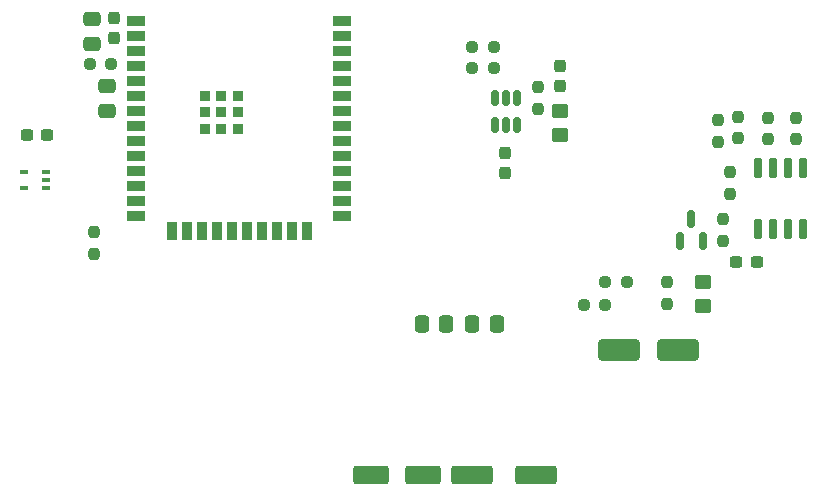
<source format=gtp>
G04 #@! TF.GenerationSoftware,KiCad,Pcbnew,8.0.4*
G04 #@! TF.CreationDate,2024-08-24T09:35:18+02:00*
G04 #@! TF.ProjectId,letitrain,6c657469-7472-4616-996e-2e6b69636164,rev?*
G04 #@! TF.SameCoordinates,Original*
G04 #@! TF.FileFunction,Paste,Top*
G04 #@! TF.FilePolarity,Positive*
%FSLAX46Y46*%
G04 Gerber Fmt 4.6, Leading zero omitted, Abs format (unit mm)*
G04 Created by KiCad (PCBNEW 8.0.4) date 2024-08-24 09:35:18*
%MOMM*%
%LPD*%
G01*
G04 APERTURE LIST*
G04 Aperture macros list*
%AMRoundRect*
0 Rectangle with rounded corners*
0 $1 Rounding radius*
0 $2 $3 $4 $5 $6 $7 $8 $9 X,Y pos of 4 corners*
0 Add a 4 corners polygon primitive as box body*
4,1,4,$2,$3,$4,$5,$6,$7,$8,$9,$2,$3,0*
0 Add four circle primitives for the rounded corners*
1,1,$1+$1,$2,$3*
1,1,$1+$1,$4,$5*
1,1,$1+$1,$6,$7*
1,1,$1+$1,$8,$9*
0 Add four rect primitives between the rounded corners*
20,1,$1+$1,$2,$3,$4,$5,0*
20,1,$1+$1,$4,$5,$6,$7,0*
20,1,$1+$1,$6,$7,$8,$9,0*
20,1,$1+$1,$8,$9,$2,$3,0*%
G04 Aperture macros list end*
%ADD10RoundRect,0.237500X0.250000X0.237500X-0.250000X0.237500X-0.250000X-0.237500X0.250000X-0.237500X0*%
%ADD11RoundRect,0.237500X-0.237500X0.250000X-0.237500X-0.250000X0.237500X-0.250000X0.237500X0.250000X0*%
%ADD12RoundRect,0.150000X-0.150000X0.512500X-0.150000X-0.512500X0.150000X-0.512500X0.150000X0.512500X0*%
%ADD13RoundRect,0.237500X0.237500X-0.250000X0.237500X0.250000X-0.237500X0.250000X-0.237500X-0.250000X0*%
%ADD14R,1.500000X0.900000*%
%ADD15R,0.900000X1.500000*%
%ADD16R,0.900000X0.900000*%
%ADD17RoundRect,0.250000X0.337500X0.475000X-0.337500X0.475000X-0.337500X-0.475000X0.337500X-0.475000X0*%
%ADD18RoundRect,0.250000X-0.450000X0.350000X-0.450000X-0.350000X0.450000X-0.350000X0.450000X0.350000X0*%
%ADD19RoundRect,0.250000X-0.475000X0.337500X-0.475000X-0.337500X0.475000X-0.337500X0.475000X0.337500X0*%
%ADD20RoundRect,0.250000X-1.500000X-0.650000X1.500000X-0.650000X1.500000X0.650000X-1.500000X0.650000X0*%
%ADD21RoundRect,0.237500X-0.300000X-0.237500X0.300000X-0.237500X0.300000X0.237500X-0.300000X0.237500X0*%
%ADD22RoundRect,0.250000X1.500000X0.550000X-1.500000X0.550000X-1.500000X-0.550000X1.500000X-0.550000X0*%
%ADD23RoundRect,0.150000X-0.150000X0.725000X-0.150000X-0.725000X0.150000X-0.725000X0.150000X0.725000X0*%
%ADD24RoundRect,0.250000X0.450000X-0.350000X0.450000X0.350000X-0.450000X0.350000X-0.450000X-0.350000X0*%
%ADD25RoundRect,0.150000X0.150000X-0.587500X0.150000X0.587500X-0.150000X0.587500X-0.150000X-0.587500X0*%
%ADD26RoundRect,0.237500X0.300000X0.237500X-0.300000X0.237500X-0.300000X-0.237500X0.300000X-0.237500X0*%
%ADD27RoundRect,0.237500X-0.250000X-0.237500X0.250000X-0.237500X0.250000X0.237500X-0.250000X0.237500X0*%
%ADD28RoundRect,0.250000X-1.250000X-0.550000X1.250000X-0.550000X1.250000X0.550000X-1.250000X0.550000X0*%
%ADD29RoundRect,0.250000X0.475000X-0.337500X0.475000X0.337500X-0.475000X0.337500X-0.475000X-0.337500X0*%
%ADD30RoundRect,0.250000X-0.337500X-0.475000X0.337500X-0.475000X0.337500X0.475000X-0.337500X0.475000X0*%
%ADD31RoundRect,0.237500X-0.237500X0.300000X-0.237500X-0.300000X0.237500X-0.300000X0.237500X0.300000X0*%
%ADD32RoundRect,0.237500X0.237500X-0.300000X0.237500X0.300000X-0.237500X0.300000X-0.237500X-0.300000X0*%
%ADD33RoundRect,0.100000X0.225000X0.100000X-0.225000X0.100000X-0.225000X-0.100000X0.225000X-0.100000X0*%
G04 APERTURE END LIST*
D10*
X41425000Y-43015000D03*
X39600000Y-43015000D03*
D11*
X88500000Y-61500000D03*
X88500000Y-63325000D03*
X93800000Y-52175000D03*
X93800000Y-54000000D03*
X92800000Y-47800000D03*
X92800000Y-49625000D03*
D12*
X75800000Y-45925000D03*
X74850000Y-45925000D03*
X73900000Y-45925000D03*
X73900000Y-48200000D03*
X74850000Y-48200000D03*
X75800000Y-48200000D03*
D13*
X40000000Y-59112500D03*
X40000000Y-57287500D03*
D14*
X43500000Y-39400000D03*
X43500000Y-40670000D03*
X43500000Y-41940000D03*
X43500000Y-43210000D03*
X43500000Y-44480000D03*
X43500000Y-45750000D03*
X43500000Y-47020000D03*
X43500000Y-48290000D03*
X43500000Y-49560000D03*
X43500000Y-50830000D03*
X43500000Y-52100000D03*
X43500000Y-53370000D03*
X43500000Y-54640000D03*
X43500000Y-55910000D03*
D15*
X46540000Y-57160000D03*
X47810000Y-57160000D03*
X49080000Y-57160000D03*
X50350000Y-57160000D03*
X51620000Y-57160000D03*
X52890000Y-57160000D03*
X54160000Y-57160000D03*
X55430000Y-57160000D03*
X56700000Y-57160000D03*
X57970000Y-57160000D03*
D14*
X61000000Y-55910000D03*
X61000000Y-54640000D03*
X61000000Y-53370000D03*
X61000000Y-52100000D03*
X61000000Y-50830000D03*
X61000000Y-49560000D03*
X61000000Y-48290000D03*
X61000000Y-47020000D03*
X61000000Y-45750000D03*
X61000000Y-44480000D03*
X61000000Y-43210000D03*
X61000000Y-41940000D03*
X61000000Y-40670000D03*
X61000000Y-39400000D03*
D16*
X49350000Y-45720000D03*
X49350000Y-47120000D03*
X49350000Y-48520000D03*
X50750000Y-45720000D03*
X50750000Y-47120000D03*
X50750000Y-48520000D03*
X52150000Y-45720000D03*
X52150000Y-47120000D03*
X52150000Y-48520000D03*
D17*
X74075000Y-65000000D03*
X72000000Y-65000000D03*
D18*
X79400000Y-47000000D03*
X79400000Y-49000000D03*
D10*
X73800000Y-41600000D03*
X71975000Y-41600000D03*
D19*
X41075000Y-44902500D03*
X41075000Y-46977500D03*
D20*
X84400000Y-67200000D03*
X89400000Y-67200000D03*
D11*
X77600000Y-44975000D03*
X77600000Y-46800000D03*
D10*
X73800000Y-43400000D03*
X71975000Y-43400000D03*
D21*
X34275000Y-49000000D03*
X36000000Y-49000000D03*
D22*
X77400000Y-77800000D03*
X72000000Y-77800000D03*
D23*
X100000000Y-51850000D03*
X98730000Y-51850000D03*
X97460000Y-51850000D03*
X96190000Y-51850000D03*
X96190000Y-57000000D03*
X97460000Y-57000000D03*
X98730000Y-57000000D03*
X100000000Y-57000000D03*
D24*
X91500000Y-63500000D03*
X91500000Y-61500000D03*
D25*
X89600000Y-58000000D03*
X91500000Y-58000000D03*
X90550000Y-56125000D03*
D26*
X96062500Y-59800000D03*
X94337500Y-59800000D03*
D27*
X83250000Y-61500000D03*
X85075000Y-61500000D03*
D28*
X63400000Y-77800000D03*
X67800000Y-77800000D03*
D29*
X39825000Y-41290000D03*
X39825000Y-39215000D03*
D27*
X81425000Y-63400000D03*
X83250000Y-63400000D03*
D30*
X67725000Y-65000000D03*
X69800000Y-65000000D03*
D11*
X97000000Y-47575000D03*
X97000000Y-49400000D03*
D13*
X94500000Y-49325000D03*
X94500000Y-47500000D03*
D11*
X99400000Y-47575000D03*
X99400000Y-49400000D03*
X93200000Y-56175000D03*
X93200000Y-58000000D03*
D31*
X74800000Y-50537500D03*
X74800000Y-52262500D03*
D32*
X41700000Y-40865000D03*
X41700000Y-39140000D03*
D31*
X79400000Y-43200000D03*
X79400000Y-44925000D03*
D33*
X35900000Y-53500000D03*
X35900000Y-52850000D03*
X35900000Y-52200000D03*
X34000000Y-52200000D03*
X34000000Y-53500000D03*
M02*

</source>
